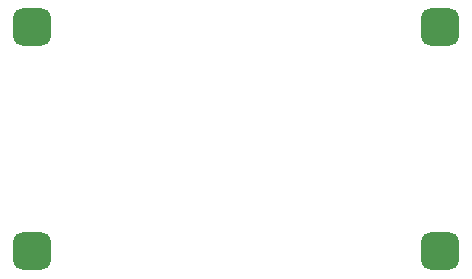
<source format=gbs>
G04*
G04 #@! TF.GenerationSoftware,Altium Limited,Altium Designer,21.3.2 (30)*
G04*
G04 Layer_Color=16711935*
%FSLAX25Y25*%
%MOIN*%
G70*
G04*
G04 #@! TF.SameCoordinates,85017F29-9A71-4B45-BEFD-3BEF8A3D19F2*
G04*
G04*
G04 #@! TF.FilePolarity,Negative*
G04*
G01*
G75*
G04:AMPARAMS|DCode=28|XSize=126.11mil|YSize=126.11mil|CornerRadius=33.53mil|HoleSize=0mil|Usage=FLASHONLY|Rotation=0.000|XOffset=0mil|YOffset=0mil|HoleType=Round|Shape=RoundedRectangle|*
%AMROUNDEDRECTD28*
21,1,0.12611,0.05906,0,0,0.0*
21,1,0.05906,0.12611,0,0,0.0*
1,1,0.06706,0.02953,-0.02953*
1,1,0.06706,-0.02953,-0.02953*
1,1,0.06706,-0.02953,0.02953*
1,1,0.06706,0.02953,0.02953*
%
%ADD28ROUNDEDRECTD28*%
D28*
X253937Y415354D02*
D03*
X118110D02*
D03*
X253937Y490158D02*
D03*
X118110D02*
D03*
M02*

</source>
